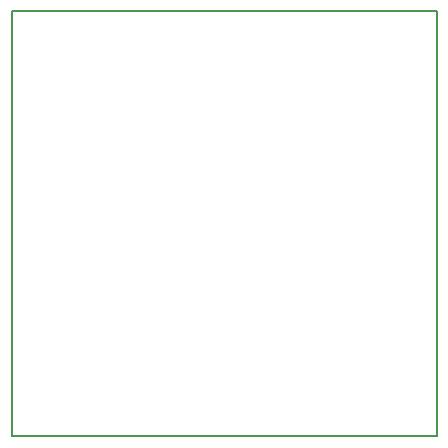
<source format=gbr>
G04 #@! TF.FileFunction,Profile,NP*
%FSLAX46Y46*%
G04 Gerber Fmt 4.6, Leading zero omitted, Abs format (unit mm)*
G04 Created by KiCad (PCBNEW 4.0.5) date Thu Feb 16 13:03:40 2017*
%MOMM*%
%LPD*%
G01*
G04 APERTURE LIST*
%ADD10C,0.100000*%
%ADD11C,0.150000*%
G04 APERTURE END LIST*
D10*
D11*
X33000000Y-3000000D02*
X-3000000Y-3000000D01*
X33000000Y33000000D02*
X33000000Y-3000000D01*
X-3000000Y33000000D02*
X33000000Y33000000D01*
X-3000000Y-3000000D02*
X-3000000Y33000000D01*
M02*

</source>
